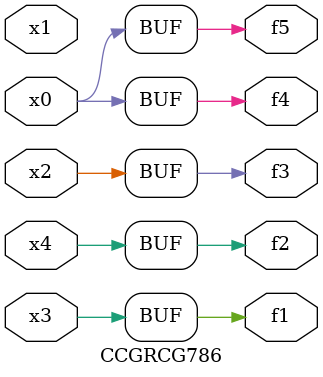
<source format=v>
module CCGRCG786(
	input x0, x1, x2, x3, x4,
	output f1, f2, f3, f4, f5
);
	assign f1 = x3;
	assign f2 = x4;
	assign f3 = x2;
	assign f4 = x0;
	assign f5 = x0;
endmodule

</source>
